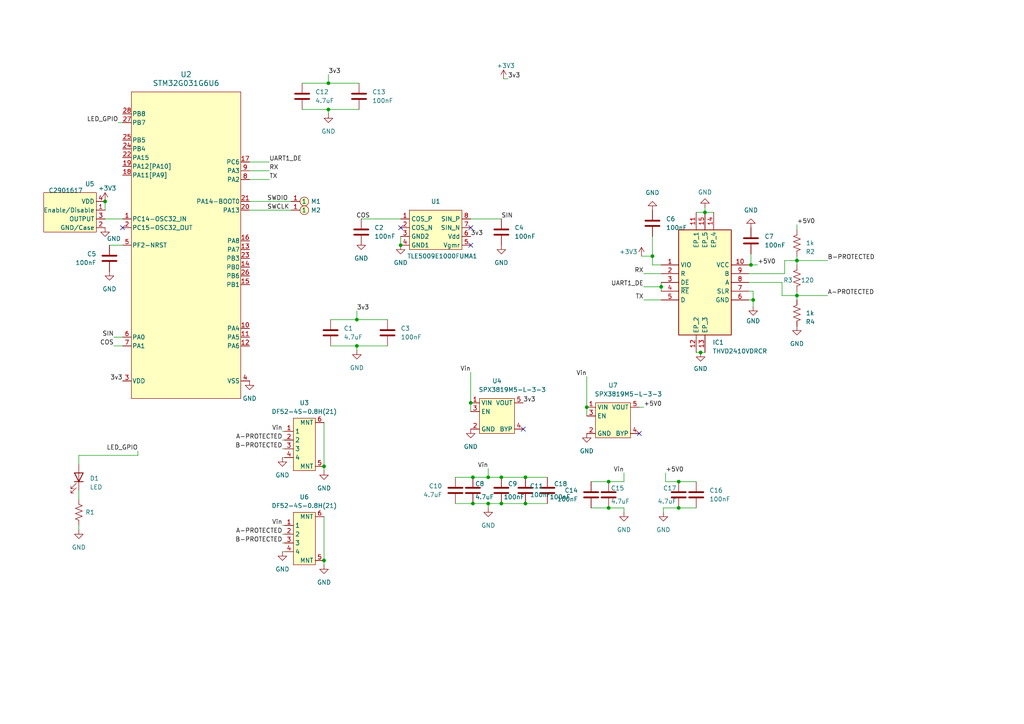
<source format=kicad_sch>
(kicad_sch (version 20230121) (generator eeschema)
  (paper "A4")
  (lib_symbols
    (symbol "Device:C" (pin_numbers hide) (pin_names (offset 0.254))
      (property "Reference" "C" (at 0.635 2.54 0))
      (property "Value" "C" (at 0.635 -2.54 0))
      (symbol "C_0_1"
        (polyline (pts (xy -2.032 -0.762) (xy 2.032 -0.762)) (stroke (width 0.508)))
        (polyline (pts (xy -2.032 0.762) (xy 2.032 0.762)) (stroke (width 0.508)))
      )
      (symbol "C_1_1"
        (pin passive line (at 0 3.81 270) (length 2.794) (name "~") (number "1"))
        (pin passive line (at 0 -3.81 90) (length 2.794) (name "~") (number "2"))
      )
    )
    (symbol "Device:LED" (pin_numbers hide) (pin_names (offset 1.016) hide)
      (property "Reference" "D" (at 0 2.54 0))
      (property "Value" "LED" (at 0 -2.54 0))
      (symbol "LED_0_1"
        (polyline (pts (xy -1.27 -1.27) (xy -1.27 1.27)) (stroke (width 0.254)))
        (polyline (pts (xy -1.27 0) (xy 1.27 0)))
        (polyline (pts (xy 1.27 -1.27) (xy 1.27 1.27) (xy -1.27 0) (xy 1.27 -1.27)) (stroke (width 0.254)))
        (polyline (pts (xy -3.048 -0.762) (xy -4.572 -2.286) (xy -3.81 -2.286) (xy -4.572 -2.286) (xy -4.572 -1.524)))
        (polyline (pts (xy -1.778 -0.762) (xy -3.302 -2.286) (xy -2.54 -2.286) (xy -3.302 -2.286) (xy -3.302 -1.524)))
      )
      (symbol "LED_1_1"
        (pin passive line (at -3.81 0 0) (length 2.54) (name "K") (number "1"))
        (pin passive line (at 3.81 0 180) (length 2.54) (name "A") (number "2"))
      )
    )
    (symbol "SamacSys_Parts:THVD2410VDRCR"
      (property "Reference" "IC" (at 21.59 15.24 0))
      (property "Value" "THVD2410VDRCR" (at 21.59 12.7 0))
      (symbol "THVD2410VDRCR_1_1"
        (rectangle (start 5.08 10.16) (end 20.32 -20.32) (stroke (width 0.254)) (fill (type background)))
        (pin passive line (at 0 0 0) (length 5.08) (name "VIO") (number "1"))
        (pin passive line (at 25.4 0 180) (length 5.08) (name "VCC") (number "10"))
        (pin passive line (at 10.16 15.24 270) (length 5.08) (name "EP_1") (number "11"))
        (pin passive line (at 10.16 -25.4 90) (length 5.08) (name "EP_2") (number "12"))
        (pin passive line (at 12.7 -25.4 90) (length 5.08) (name "EP_3") (number "13"))
        (pin passive line (at 15.24 15.24 270) (length 5.08) (name "EP_4") (number "14"))
        (pin passive line (at 12.7 15.24 270) (length 5.08) (name "EP_5") (number "15"))
        (pin passive line (at 0 -2.54 0) (length 5.08) (name "R") (number "2"))
        (pin passive line (at 0 -5.08 0) (length 5.08) (name "DE") (number "3"))
        (pin passive line (at 0 -7.62 0) (length 5.08) (name "~{RE}") (number "4"))
        (pin passive line (at 0 -10.16 0) (length 5.08) (name "D") (number "5"))
        (pin passive line (at 25.4 -10.16 180) (length 5.08) (name "GND") (number "6"))
        (pin passive line (at 25.4 -7.62 180) (length 5.08) (name "SLR") (number "7"))
        (pin passive line (at 25.4 -5.08 180) (length 5.08) (name "A") (number "8"))
        (pin passive line (at 25.4 -2.54 180) (length 5.08) (name "B") (number "9"))
      )
    )
    (symbol "adapter-encoder:Capacitor" (pin_numbers hide) (pin_names (offset 0.254))
      (property "Reference" "C" (at 0.635 2.54 0))
      (property "Value" "Capacitor" (at 0.635 -2.54 0))
      (symbol "Capacitor_0_1"
        (polyline (pts (xy -2.032 -0.762) (xy 2.032 -0.762)) (stroke (width 0.508)))
        (polyline (pts (xy -2.032 0.762) (xy 2.032 0.762)) (stroke (width 0.508)))
      )
      (symbol "Capacitor_1_1"
        (pin passive line (at 0 3.81 270) (length 2.794) (name "~") (number "1"))
        (pin passive line (at 0 -3.81 90) (length 2.794) (name "~") (number "2"))
      )
    )
    (symbol "adapter-encoder:DF52-4S-0.8H(21)"
      (property "Reference" "U" (at 0 -1.27 0))
      (property "Value" "DF52-4S-0.8H(21)" (at 1.27 -8.89 0))
      (symbol "DF52-4S-0.8H(21)_0_1"
        (rectangle (start -3.81 7.62) (end 2.54 -7.62) (fill (type background)))
      )
      (symbol "DF52-4S-0.8H(21)_1_1"
        (pin input line (at -6.35 3.81 0) (length 2.54) (name "1") (number "1"))
        (pin input line (at -6.35 1.27 0) (length 2.54) (name "2") (number "2"))
        (pin input line (at -6.35 -1.27 0) (length 2.54) (name "3") (number "3"))
        (pin input line (at -6.35 -3.81 0) (length 2.54) (name "4") (number "4"))
        (pin input line (at 5.08 -6.35 180) (length 2.54) (name "MNT") (number "5"))
        (pin input line (at 5.08 6.35 180) (length 2.54) (name "MNT") (number "6"))
      )
    )
    (symbol "adapter-encoder:OSCILLATOR-4PIN"
      (property "Reference" "U" (at 8.89 2.54 0))
      (property "Value" "OSCILLATOR-4PIN" (at 8.89 -2.54 0))
      (symbol "OSCILLATOR-4PIN_0_1"
        (rectangle (start -1.27 10.16) (end 13.97 -1.27) (fill (type background)))
      )
      (symbol "OSCILLATOR-4PIN_1_1"
        (pin input line (at -3.81 5.08 0) (length 2.54) (name "Enable/Disable") (number "1"))
        (pin input line (at -3.81 0 0) (length 2.54) (name "GND/Case") (number "2"))
        (pin input line (at -3.81 2.54 0) (length 2.54) (name "OUTPUT") (number "3"))
        (pin input line (at -3.81 7.62 0) (length 2.54) (name "VDD") (number "4"))
      )
    )
    (symbol "adapter-encoder:R" (pin_numbers hide) (pin_names (offset 0))
      (property "Reference" "R" (at 2.54 0 90))
      (symbol "R_0_1"
        (polyline (pts (xy 0 -2.286) (xy 0 -2.54)))
        (polyline (pts (xy 0 2.286) (xy 0 2.54)))
        (polyline (pts (xy 0 -0.762) (xy 1.016 -1.143) (xy 0 -1.524) (xy -1.016 -1.905) (xy 0 -2.286)))
        (polyline (pts (xy 0 0.762) (xy 1.016 0.381) (xy 0 0) (xy -1.016 -0.381) (xy 0 -0.762)))
        (polyline (pts (xy 0 2.286) (xy 1.016 1.905) (xy 0 1.524) (xy -1.016 1.143) (xy 0 0.762)))
      )
      (symbol "R_1_1"
        (pin passive line (at 0 3.81 270) (length 1.27) (name "~") (number "1"))
        (pin passive line (at 0 -3.81 90) (length 1.27) (name "~") (number "2"))
      )
    )
    (symbol "adapter-encoder:Resistor" (pin_numbers hide) (pin_names (offset 0))
      (property "Reference" "R" (at 2.54 0 90))
      (symbol "Resistor_0_1"
        (polyline (pts (xy 0 -2.286) (xy 0 -2.54)))
        (polyline (pts (xy 0 2.286) (xy 0 2.54)))
        (polyline (pts (xy 0 -0.762) (xy 1.016 -1.143) (xy 0 -1.524) (xy -1.016 -1.905) (xy 0 -2.286)))
        (polyline (pts (xy 0 0.762) (xy 1.016 0.381) (xy 0 0) (xy -1.016 -0.381) (xy 0 -0.762)))
        (polyline (pts (xy 0 2.286) (xy 1.016 1.905) (xy 0 1.524) (xy -1.016 1.143) (xy 0 0.762)))
      )
      (symbol "Resistor_1_1"
        (pin passive line (at 0 3.81 270) (length 1.27) (name "~") (number "1"))
        (pin passive line (at 0 -3.81 90) (length 1.27) (name "~") (number "2"))
      )
    )
    (symbol "adapter-encoder:SPX3819M5-L-3-3"
      (property "Reference" "U" (at 0 0 0))
      (property "Value" "SPX3819M5-L-3-3" (at 0 7.62 0))
      (symbol "SPX3819M5-L-3-3_0_1"
        (rectangle (start -5.08 5.08) (end 5.08 -5.08) (fill (type background)))
      )
      (symbol "SPX3819M5-L-3-3_1_1"
        (pin power_in line (at -7.62 3.81 0) (length 2.54) (name "VIN") (number "1"))
        (pin power_in line (at -7.62 -3.81 0) (length 2.54) (name "GND") (number "2"))
        (pin input line (at -7.62 1.27 0) (length 2.54) (name "EN") (number "3"))
        (pin input line (at 7.62 -3.81 180) (length 2.54) (name "BYP") (number "4"))
        (pin power_out line (at 7.62 3.81 180) (length 2.54) (name "VOUT") (number "5"))
      )
    )
    (symbol "adapter-encoder:STM32G031G6U6" (pin_names (offset 0.254))
      (property "Reference" "U" (at -1.27 52.07 0))
      (property "Value" "STM32G031G6U6" (at -1.27 49.53 0))
      (symbol "STM32G031G6U6_1_1"
        (rectangle (start -16.51 46.99) (end 15.24 -41.91) (fill (type background)))
        (pin bidirectional line (at -19.05 10.16 0) (length 2.54) (name "PC14-OSC32_IN") (number "1"))
        (pin bidirectional line (at 17.78 -21.59 180) (length 2.54) (name "PA4") (number "10"))
        (pin bidirectional line (at 17.78 -24.13 180) (length 2.54) (name "PA5") (number "11"))
        (pin bidirectional line (at 17.78 -26.67 180) (length 2.54) (name "PA6") (number "12"))
        (pin bidirectional line (at 17.78 1.27 180) (length 2.54) (name "PA7") (number "13"))
        (pin bidirectional line (at 17.78 -3.81 180) (length 2.54) (name "PB0") (number "14"))
        (pin bidirectional line (at 17.78 -8.89 180) (length 2.54) (name "PB1") (number "15"))
        (pin bidirectional line (at 17.78 3.81 180) (length 2.54) (name "PA8") (number "16"))
        (pin bidirectional line (at 17.78 26.67 180) (length 2.54) (name "PC6") (number "17"))
        (pin bidirectional line (at -19.05 22.86 0) (length 2.54) (name "PA11[PA9]") (number "18"))
        (pin bidirectional line (at -19.05 25.4 0) (length 2.54) (name "PA12[PA10]") (number "19"))
        (pin bidirectional line (at -19.05 7.62 0) (length 2.54) (name "PC15-OSC32_OUT") (number "2"))
        (pin bidirectional line (at 17.78 12.7 180) (length 2.54) (name "PA13") (number "20"))
        (pin bidirectional line (at 17.78 15.24 180) (length 2.54) (name "PA14-BOOT0") (number "21"))
        (pin bidirectional line (at -19.05 27.94 0) (length 2.54) (name "PA15") (number "22"))
        (pin bidirectional line (at 17.78 -1.27 180) (length 2.54) (name "PB3") (number "23"))
        (pin bidirectional line (at -19.05 30.48 0) (length 2.54) (name "PB4") (number "24"))
        (pin bidirectional line (at -19.05 33.02 0) (length 2.54) (name "PB5") (number "25"))
        (pin bidirectional line (at 17.78 -6.35 180) (length 2.54) (name "PB6") (number "26"))
        (pin bidirectional line (at -19.05 38.1 0) (length 2.54) (name "PB7") (number "27"))
        (pin bidirectional line (at -19.05 40.64 0) (length 2.54) (name "PB8") (number "28"))
        (pin power_in line (at -19.05 -36.83 0) (length 2.54) (name "VDD") (number "3"))
        (pin power_in line (at 17.78 -36.83 180) (length 2.54) (name "VSS") (number "4"))
        (pin bidirectional line (at -19.05 2.54 0) (length 2.54) (name "PF2-NRST") (number "5"))
        (pin bidirectional line (at -19.05 -24.13 0) (length 2.54) (name "PA0") (number "6"))
        (pin bidirectional line (at -19.05 -26.67 0) (length 2.54) (name "PA1") (number "7"))
        (pin bidirectional line (at 17.78 21.59 180) (length 2.54) (name "PA2") (number "8"))
        (pin bidirectional line (at 17.78 24.13 180) (length 2.54) (name "PA3") (number "9"))
      )
    )
    (symbol "adapter-encoder:THRU_HOLE_PAD" (in_bom no)
      (property "Reference" "M" (at 1.27 -2.54 0))
      (symbol "THRU_HOLE_PAD_0_1"
        (circle (center 1.27 0) (radius 1.27) (fill (type background)))
      )
      (symbol "THRU_HOLE_PAD_1_1"
        (pin passive line (at -2.54 0 0) (length 2.54) (name "1") (number "1"))
      )
    )
    (symbol "adapter-encoder:TLE5009E1000FUMA1"
      (property "Reference" "U" (at 0 0 0))
      (symbol "TLE5009E1000FUMA1_0_1"
        (rectangle (start -7.62 6.35) (end 7.62 -5.08) (fill (type background)))
      )
      (symbol "TLE5009E1000FUMA1_1_1"
        (pin input line (at -10.16 3.81 0) (length 2.54) (name "COS_P") (number "1"))
        (pin input line (at -10.16 1.27 0) (length 2.54) (name "COS_N") (number "2"))
        (pin input line (at -10.16 -1.27 0) (length 2.54) (name "GND2") (number "3"))
        (pin input line (at -10.16 -3.81 0) (length 2.54) (name "GND1") (number "4"))
        (pin input line (at 10.16 -3.81 180) (length 2.54) (name "Vgmr") (number "5"))
        (pin input line (at 10.16 -1.27 180) (length 2.54) (name "Vdd") (number "6"))
        (pin input line (at 10.16 1.27 180) (length 2.54) (name "SIN_N") (number "7"))
        (pin input line (at 10.16 3.81 180) (length 2.54) (name "SIN_P") (number "8"))
      )
    )
    (symbol "power:+3V3" (power) (pin_names (offset 0))
      (property "Value" "+3V3" (at 0 3.556 0))
      (symbol "+3V3_0_1"
        (polyline (pts (xy -0.762 1.27) (xy 0 2.54)))
        (polyline (pts (xy 0 0) (xy 0 2.54)))
        (polyline (pts (xy 0 2.54) (xy 0.762 1.27)))
      )
      (symbol "+3V3_1_1"
        (pin power_in line (at 0 0 90) (length 0) hide (name "+3V3") (number "1"))
      )
    )
    (symbol "power:GND" (power) (pin_names (offset 0))
      (property "Value" "GND" (at 0 -3.81 0))
      (symbol "GND_0_1"
        (polyline (pts (xy 0 0) (xy 0 -1.27) (xy 1.27 -1.27) (xy 0 -2.54) (xy -1.27 -1.27) (xy 0 -1.27)))
      )
      (symbol "GND_1_1"
        (pin power_in line (at 0 0 270) (length 0) hide (name "GND") (number "1"))
      )
    )
  )
  (junction (at 196.85 139.7))
  (junction (at 116.205 71.12))
  (junction (at 103.505 100.33))
  (junction (at 145.415 146.05))
  (junction (at 231.14 85.725))
  (junction (at 196.85 147.32))
  (junction (at 152.4 146.05))
  (junction (at 170.18 118.11))
  (junction (at 137.16 138.43))
  (junction (at 145.415 138.43))
  (junction (at 93.98 135.255))
  (junction (at 30.48 58.42))
  (junction (at 95.25 24.13))
  (junction (at 176.53 139.7))
  (junction (at 152.4 138.43))
  (junction (at 231.14 75.565))
  (junction (at 103.505 92.71))
  (junction (at 95.25 31.75))
  (junction (at 141.605 146.05))
  (junction (at 218.44 86.995))
  (junction (at 136.525 116.84))
  (junction (at 191.77 83.185))
  (junction (at 141.605 138.43))
  (junction (at 93.98 162.56))
  (junction (at 176.53 147.32))
  (junction (at 203.2 102.235))
  (junction (at 189.23 74.295))
  (junction (at 204.47 61.595))
  (junction (at 137.16 146.05))
  (junction (at 217.805 76.835))
  (no_connect (at 35.56 66.04))
  (no_connect (at 116.205 66.04))
  (no_connect (at 136.525 71.12))
  (no_connect (at 151.765 124.46))
  (no_connect (at 136.525 66.04))
  (no_connect (at 185.42 125.73))
  (wire (pts (xy 93.98 122.555) (xy 93.98 135.255)))
  (wire (pts (xy 22.86 142.24) (xy 22.86 144.78)))
  (wire (pts (xy 227.584 75.565) (xy 231.14 75.565)))
  (wire (pts (xy 227.584 79.375) (xy 227.584 75.565)))
  (wire (pts (xy 218.44 88.9) (xy 218.44 86.995)))
  (wire (pts (xy 231.14 65.151) (xy 231.14 66.675)))
  (wire (pts (xy 189.23 68.58) (xy 189.23 74.295)))
  (wire (pts (xy 171.45 139.7) (xy 176.53 139.7)))
  (wire (pts (xy 201.93 147.32) (xy 196.85 147.32)))
  (wire (pts (xy 72.39 52.07) (xy 78.105 52.07)))
  (wire (pts (xy 191.77 81.915) (xy 191.77 83.185)))
  (wire (pts (xy 132.08 138.43) (xy 137.16 138.43)))
  (wire (pts (xy 104.775 63.5) (xy 116.205 63.5)))
  (wire (pts (xy 196.85 139.7) (xy 193.04 139.7)))
  (wire (pts (xy 72.39 60.96) (xy 84.455 60.96)))
  (wire (pts (xy 186.69 83.185) (xy 191.77 83.185)))
  (wire (pts (xy 136.525 107.95) (xy 136.525 116.84)))
  (wire (pts (xy 40.005 130.81) (xy 40.005 132.08)))
  (wire (pts (xy 176.53 139.7) (xy 180.975 139.7)))
  (wire (pts (xy 95.25 21.59) (xy 95.25 24.13)))
  (wire (pts (xy 141.605 135.89) (xy 141.605 138.43)))
  (wire (pts (xy 226.822 81.915) (xy 226.822 85.725)))
  (wire (pts (xy 81.915 160.02) (xy 82.55 160.02)))
  (wire (pts (xy 95.885 92.71) (xy 103.505 92.71)))
  (wire (pts (xy 81.915 152.4) (xy 82.55 152.4)))
  (wire (pts (xy 217.805 73.66) (xy 217.805 76.835)))
  (wire (pts (xy 116.205 68.58) (xy 116.205 71.12)))
  (wire (pts (xy 81.915 132.715) (xy 82.55 132.715)))
  (wire (pts (xy 226.822 85.725) (xy 231.14 85.725)))
  (wire (pts (xy 191.77 76.835) (xy 189.23 76.835)))
  (wire (pts (xy 180.975 137.16) (xy 180.975 139.7)))
  (wire (pts (xy 22.86 153.67) (xy 22.86 152.4)))
  (wire (pts (xy 219.71 76.835) (xy 217.805 76.835)))
  (wire (pts (xy 191.77 83.185) (xy 191.77 84.455)))
  (wire (pts (xy 152.4 138.43) (xy 158.75 138.43)))
  (wire (pts (xy 186.69 79.375) (xy 191.77 79.375)))
  (wire (pts (xy 103.505 100.33) (xy 103.505 101.6)))
  (wire (pts (xy 193.04 137.16) (xy 193.04 139.7)))
  (wire (pts (xy 231.14 85.725) (xy 231.14 86.995)))
  (wire (pts (xy 217.17 84.455) (xy 218.44 84.455)))
  (wire (pts (xy 189.23 74.295) (xy 189.23 76.835)))
  (wire (pts (xy 141.605 146.05) (xy 145.415 146.05)))
  (wire (pts (xy 231.14 75.565) (xy 231.14 76.835)))
  (wire (pts (xy 95.25 31.75) (xy 95.25 33.02)))
  (wire (pts (xy 95.885 100.33) (xy 103.505 100.33)))
  (wire (pts (xy 136.525 63.5) (xy 145.415 63.5)))
  (wire (pts (xy 171.45 147.32) (xy 176.53 147.32)))
  (wire (pts (xy 180.975 147.32) (xy 180.975 148.59)))
  (wire (pts (xy 141.605 146.05) (xy 141.605 147.32)))
  (wire (pts (xy 137.16 138.43) (xy 141.605 138.43)))
  (wire (pts (xy 231.14 75.565) (xy 240.03 75.565)))
  (wire (pts (xy 141.605 138.43) (xy 145.415 138.43)))
  (wire (pts (xy 218.44 84.455) (xy 218.44 86.995)))
  (wire (pts (xy 186.69 118.11) (xy 185.42 118.11)))
  (wire (pts (xy 217.17 79.375) (xy 227.584 79.375)))
  (wire (pts (xy 87.63 31.75) (xy 95.25 31.75)))
  (wire (pts (xy 93.98 162.56) (xy 93.98 163.83)))
  (wire (pts (xy 22.86 132.08) (xy 22.86 134.62)))
  (wire (pts (xy 103.505 92.71) (xy 112.395 92.71)))
  (wire (pts (xy 145.415 146.05) (xy 152.4 146.05)))
  (wire (pts (xy 81.915 157.48) (xy 82.55 157.48)))
  (wire (pts (xy 147.32 22.86) (xy 146.05 22.86)))
  (wire (pts (xy 81.915 154.94) (xy 82.55 154.94)))
  (wire (pts (xy 95.25 24.13) (xy 104.14 24.13)))
  (wire (pts (xy 78.105 46.99) (xy 72.39 46.99)))
  (wire (pts (xy 170.18 109.22) (xy 170.18 118.11)))
  (wire (pts (xy 30.48 58.42) (xy 30.48 60.96)))
  (wire (pts (xy 145.415 138.43) (xy 152.4 138.43)))
  (wire (pts (xy 231.14 85.725) (xy 231.14 84.455)))
  (wire (pts (xy 31.75 71.12) (xy 35.56 71.12)))
  (wire (pts (xy 40.005 132.08) (xy 22.86 132.08)))
  (wire (pts (xy 81.915 125.095) (xy 82.55 125.095)))
  (wire (pts (xy 132.08 146.05) (xy 137.16 146.05)))
  (wire (pts (xy 87.63 24.13) (xy 95.25 24.13)))
  (wire (pts (xy 103.505 100.33) (xy 112.395 100.33)))
  (wire (pts (xy 136.525 116.84) (xy 136.525 119.38)))
  (wire (pts (xy 201.93 139.7) (xy 196.85 139.7)))
  (wire (pts (xy 170.18 118.11) (xy 170.18 120.65)))
  (wire (pts (xy 231.14 85.725) (xy 240.03 85.725)))
  (wire (pts (xy 33.02 100.33) (xy 35.56 100.33)))
  (wire (pts (xy 81.915 130.175) (xy 82.55 130.175)))
  (wire (pts (xy 204.47 61.595) (xy 207.01 61.595)))
  (wire (pts (xy 72.39 58.42) (xy 84.455 58.42)))
  (wire (pts (xy 192.405 147.32) (xy 192.405 148.59)))
  (wire (pts (xy 152.4 146.05) (xy 158.75 146.05)))
  (wire (pts (xy 78.105 49.53) (xy 72.39 49.53)))
  (wire (pts (xy 137.16 146.05) (xy 141.605 146.05)))
  (wire (pts (xy 34.29 35.56) (xy 35.56 35.56)))
  (wire (pts (xy 176.53 147.32) (xy 180.975 147.32)))
  (wire (pts (xy 231.14 74.295) (xy 231.14 75.565)))
  (wire (pts (xy 186.69 86.995) (xy 191.77 86.995)))
  (wire (pts (xy 217.17 76.835) (xy 217.805 76.835)))
  (wire (pts (xy 81.915 127.635) (xy 82.55 127.635)))
  (wire (pts (xy 203.2 102.235) (xy 204.47 102.235)))
  (wire (pts (xy 201.93 102.235) (xy 203.2 102.235)))
  (wire (pts (xy 93.98 135.255) (xy 93.98 136.525)))
  (wire (pts (xy 104.775 71.12) (xy 104.775 69.85)))
  (wire (pts (xy 93.98 149.86) (xy 93.98 162.56)))
  (wire (pts (xy 218.44 86.995) (xy 217.17 86.995)))
  (wire (pts (xy 196.85 147.32) (xy 192.405 147.32)))
  (wire (pts (xy 103.505 90.17) (xy 103.505 92.71)))
  (wire (pts (xy 201.93 61.595) (xy 204.47 61.595)))
  (wire (pts (xy 186.055 74.295) (xy 189.23 74.295)))
  (wire (pts (xy 204.47 60.198) (xy 204.47 61.595)))
  (wire (pts (xy 95.25 31.75) (xy 104.14 31.75)))
  (wire (pts (xy 217.17 81.915) (xy 226.822 81.915)))
  (wire (pts (xy 30.48 63.5) (xy 35.56 63.5)))
  (wire (pts (xy 33.02 97.79) (xy 35.56 97.79)))
  (label "+5V0" (at 186.69 118.11 0))
  (label "SIN" (at 145.415 63.5 0))
  (label "3v3" (at 147.32 22.86 0))
  (label "+5V0" (at 193.04 137.16 0))
  (label "+5V0" (at 231.14 65.151 0))
  (label "Vin" (at 81.915 152.4 180))
  (label "A-PROTECTED" (at 81.915 154.94 180))
  (label "3v3" (at 103.505 90.17 0))
  (label "RX" (at 78.105 49.53 0))
  (label "3v3" (at 95.25 21.59 0))
  (label "TX" (at 186.69 86.995 180))
  (label "A-PROTECTED" (at 81.915 127.635 180))
  (label "B-PROTECTED" (at 81.915 130.175 180))
  (label "Vin" (at 136.525 107.95 180))
  (label "UART1_DE" (at 78.105 46.99 0))
  (label "LED_GPIO" (at 40.005 130.81 180))
  (label "Vin" (at 180.975 137.16 180))
  (label "B-PROTECTED" (at 240.03 75.565 0))
  (label "3v3" (at 151.765 116.84 0))
  (label "A-PROTECTED" (at 240.03 85.725 0))
  (label "SWCLK" (at 77.47 60.96 0))
  (label "B-PROTECTED" (at 81.915 157.48 180))
  (label "RX" (at 186.69 79.375 180))
  (label "COS" (at 33.02 100.33 180))
  (label "3v3" (at 136.525 68.58 0))
  (label "3v3" (at 35.56 110.49 180))
  (label "SWDIO" (at 77.47 58.42 0))
  (label "COS" (at 107.315 63.5 180))
  (label "TX" (at 78.105 52.07 0))
  (label "Vin" (at 81.915 125.095 180))
  (label "LED_GPIO" (at 34.29 35.56 180))
  (label "+5V0" (at 219.71 76.835 0))
  (label "Vin" (at 141.605 135.89 180))
  (label "Vin" (at 170.18 109.22 180))
  (label "SIN" (at 33.02 97.79 180))
  (label "UART1_DE" (at 186.69 83.185 180))
  (symbol (lib_id "adapter-encoder:Capacitor") (at 171.45 143.51 0) (mirror y) (unit 1)
    (property "Reference" "C14" (at 167.64 142.24 0) (effects (justify left)))
    (property "Value" "100nF" (at 167.64 144.78 0) (effects (justify left)))
    (property "Footprint" "adapter-encoder:C_0402_1005Metric" (effects hide))
  )
  (symbol (lib_id "power:GND") (at 203.2 102.235 0) (mirror y) (unit 1)
    (property "Reference" "#PWR011" (effects hide))
    (property "Value" "GND" (at 203.2 106.934 0))
  )
  (symbol (lib_id "adapter-encoder:Capacitor") (at 31.75 74.93 0) (mirror y) (unit 1)
    (property "Reference" "C5" (at 27.94 73.66 0) (effects (justify left)))
    (property "Value" "100nF" (at 27.94 76.2 0) (effects (justify left)))
    (property "Footprint" "adapter-encoder:C_0402_1005Metric" (effects hide))
  )
  (symbol (lib_id "adapter-encoder:SPX3819M5-L-3-3") (at 144.145 120.65 0) (unit 1)
    (property "Reference" "U4" (at 144.145 110.49 0))
    (property "Value" "SPX3819M5-L-3-3" (at 148.59 113.03 0))
    (property "Footprint" "adapter-encoder:SOT-23-5" (effects hide))
  )
  (symbol (lib_id "power:GND") (at 104.775 69.85 0) (unit 1)
    (property "Reference" "#PWR02" (effects hide))
    (property "Value" "GND" (at 104.775 74.93 0))
  )
  (symbol (lib_id "power:+3V3") (at 30.48 58.42 0) (mirror y) (unit 1)
    (property "Reference" "#PWR019" (effects hide))
    (property "Value" "+3V3" (at 31.115 54.61 0))
  )
  (symbol (lib_id "Device:LED") (at 22.86 138.43 270) (mirror x) (unit 1)
    (property "Reference" "D1" (at 26.035 138.7475 90) (effects (justify left)))
    (property "Value" "LED" (at 26.035 141.2875 90) (effects (justify left)))
    (property "Footprint" "adapter-encoder:LED_0603_1608Metric" (effects hide))
  )
  (symbol (lib_id "power:GND") (at 22.86 153.67 0) (unit 1)
    (property "Reference" "#PWR07" (effects hide))
    (property "Value" "GND" (at 22.86 158.75 0))
  )
  (symbol (lib_id "adapter-encoder:Capacitor") (at 145.415 67.31 0) (unit 1)
    (property "Reference" "C4" (at 149.225 66.04 0) (effects (justify left)))
    (property "Value" "100nF" (at 149.225 68.58 0) (effects (justify left)))
    (property "Footprint" "adapter-encoder:C_0402_1005Metric" (effects hide))
  )
  (symbol (lib_id "adapter-encoder:Capacitor") (at 104.775 67.31 0) (unit 1)
    (property "Reference" "C2" (at 108.585 66.04 0) (effects (justify left)))
    (property "Value" "100nF" (at 108.585 68.58 0) (effects (justify left)))
    (property "Footprint" "adapter-encoder:C_0402_1005Metric" (effects hide))
  )
  (symbol (lib_id "adapter-encoder:R") (at 231.14 80.645 0) (mirror x) (unit 1)
    (property "Reference" "R3" (at 227.203 81.28 0) (effects (justify left)))
    (property "Value" "120" (at 234.188 81.28 0))
    (property "Footprint" "adapter-encoder:R_0402_1005Metric" (effects hide))
  )
  (symbol (lib_id "power:GND") (at 145.415 71.12 0) (unit 1)
    (property "Reference" "#PWR04" (effects hide))
    (property "Value" "GND" (at 145.415 76.2 0))
  )
  (symbol (lib_id "adapter-encoder:Capacitor") (at 132.08 142.24 0) (mirror y) (unit 1)
    (property "Reference" "C10" (at 128.27 140.97 0) (effects (justify left)))
    (property "Value" "4.7uF" (at 128.27 143.51 0) (effects (justify left)))
    (property "Footprint" "adapter-encoder:C_0603_1608Metric" (effects hide))
  )
  (symbol (lib_id "adapter-encoder:TLE5009E1000FUMA1") (at 126.365 67.31 0) (unit 1)
    (property "Reference" "U1" (at 126.365 58.42 0))
    (property "Value" "TLE5009E1000FUMA1" (at 128.27 74.295 0))
    (property "Footprint" "adapter-encoder:SOIC8-TLE5009" (effects hide))
  )
  (symbol (lib_id "power:GND") (at 81.915 160.02 0) (unit 1)
    (property "Reference" "#PWR022" (effects hide))
    (property "Value" "GND" (at 81.915 165.1 0))
  )
  (symbol (lib_id "adapter-encoder:Capacitor") (at 152.4 142.24 0) (unit 1)
    (property "Reference" "C11" (at 153.67 140.97 0) (effects (justify left)))
    (property "Value" "100nF" (at 153.67 143.51 0) (effects (justify left)))
    (property "Footprint" "adapter-encoder:C_0402_1005Metric" (effects hide))
  )
  (symbol (lib_id "power:GND") (at 95.25 33.02 0) (unit 1)
    (property "Reference" "#PWR021" (effects hide))
    (property "Value" "GND" (at 95.25 38.1 0))
  )
  (symbol (lib_id "adapter-encoder:Capacitor") (at 176.53 143.51 0) (unit 1)
    (property "Reference" "C15" (at 177.165 141.605 0) (effects (justify left)))
    (property "Value" "4.7uF" (at 177.165 145.415 0) (effects (justify left)))
    (property "Footprint" "adapter-encoder:C_0603_1608Metric" (effects hide))
  )
  (symbol (lib_id "power:+3V3") (at 146.05 22.86 0) (mirror y) (unit 1)
    (property "Reference" "#PWR024" (effects hide))
    (property "Value" "+3V3" (at 146.685 19.05 0))
  )
  (symbol (lib_id "adapter-encoder:STM32G031G6U6") (at 54.61 73.66 0) (unit 1)
    (property "Reference" "U2" (at 53.975 21.59 0) (effects (font (size 1.524 1.524))))
    (property "Value" "STM32G031G6U6" (at 53.975 24.13 0) (effects (font (size 1.524 1.524))))
    (property "Footprint" "adapter-encoder:UFQFPN28" (effects hide))
    (property "Datasheet" "STM32G031K6U6" (effects hide))
  )
  (symbol (lib_id "power:GND") (at 189.23 60.96 0) (mirror x) (unit 1)
    (property "Reference" "#PWR010" (effects hide))
    (property "Value" "GND" (at 189.23 55.88 0))
  )
  (symbol (lib_id "adapter-encoder:Capacitor") (at 137.16 142.24 0) (unit 1)
    (property "Reference" "C8" (at 137.795 140.335 0) (effects (justify left)))
    (property "Value" "4.7uF" (at 137.795 144.145 0) (effects (justify left)))
    (property "Footprint" "adapter-encoder:C_0603_1608Metric" (effects hide))
  )
  (symbol (lib_id "adapter-encoder:Capacitor") (at 87.63 27.94 0) (unit 1)
    (property "Reference" "C12" (at 91.44 26.67 0) (effects (justify left)))
    (property "Value" "4.7uF" (at 91.44 29.21 0) (effects (justify left)))
    (property "Footprint" "adapter-encoder:C_0603_1608Metric" (effects hide))
  )
  (symbol (lib_id "adapter-encoder:Capacitor") (at 112.395 96.52 0) (unit 1)
    (property "Reference" "C3" (at 116.205 95.25 0) (effects (justify left)))
    (property "Value" "100nF" (at 116.205 97.79 0) (effects (justify left)))
    (property "Footprint" "adapter-encoder:C_0402_1005Metric" (effects hide))
  )
  (symbol (lib_id "power:GND") (at 93.98 163.83 0) (unit 1)
    (property "Reference" "#PWR023" (effects hide))
    (property "Value" "GND" (at 93.98 168.91 0))
  )
  (symbol (lib_id "power:GND") (at 116.205 71.12 0) (unit 1)
    (property "Reference" "#PWR03" (effects hide))
    (property "Value" "GND" (at 116.205 76.2 0))
  )
  (symbol (lib_id "power:GND") (at 141.605 147.32 0) (unit 1)
    (property "Reference" "#PWR014" (effects hide))
    (property "Value" "GND" (at 141.605 152.4 0))
  )
  (symbol (lib_id "power:GND") (at 170.18 125.73 0) (unit 1)
    (property "Reference" "#PWR025" (effects hide))
    (property "Value" "GND" (at 170.18 130.81 0))
  )
  (symbol (lib_id "adapter-encoder:DF52-4S-0.8H(21)") (at 88.9 156.21 0) (unit 1)
    (property "Reference" "U6" (at 88.265 144.145 0))
    (property "Value" "DF52-4S-0.8H(21)" (at 88.265 146.685 0))
    (property "Footprint" "adapter-encoder:DF52-4S-0.8H(21)" (effects hide))
  )
  (symbol (lib_id "adapter-encoder:SPX3819M5-L-3-3") (at 177.8 121.92 0) (unit 1)
    (property "Reference" "U7" (at 177.8 111.76 0))
    (property "Value" "SPX3819M5-L-3-3" (at 182.245 114.3 0))
    (property "Footprint" "adapter-encoder:SOT-23-5" (effects hide))
  )
  (symbol (lib_id "adapter-encoder:Capacitor") (at 104.14 27.94 0) (unit 1)
    (property "Reference" "C13" (at 107.95 26.67 0) (effects (justify left)))
    (property "Value" "100nF" (at 107.95 29.21 0) (effects (justify left)))
    (property "Footprint" "adapter-encoder:C_0402_1005Metric" (effects hide))
  )
  (symbol (lib_id "power:GND") (at 217.805 66.04 0) (mirror x) (unit 1)
    (property "Reference" "#PWR016" (effects hide))
    (property "Value" "GND" (at 217.805 60.96 0))
  )
  (symbol (lib_id "adapter-encoder:Capacitor") (at 145.415 142.24 0) (unit 1)
    (property "Reference" "C9" (at 147.32 140.335 0) (effects (justify left)))
    (property "Value" "100nF" (at 146.05 144.145 0) (effects (justify left)))
    (property "Footprint" "adapter-encoder:C_0402_1005Metric" (effects hide))
  )
  (symbol (lib_id "power:GND") (at 81.915 132.715 0) (unit 1)
    (property "Reference" "#PWR012" (effects hide))
    (property "Value" "GND" (at 81.915 137.795 0))
  )
  (symbol (lib_id "SamacSys_Parts:THVD2410VDRCR") (at 191.77 76.835 0) (unit 1)
    (property "Reference" "IC1" (at 206.6641 99.314 0) (effects (justify left)))
    (property "Value" "THVD2410VDRCR" (at 206.6641 101.854 0) (effects (justify left)))
    (property "Footprint" "adapter-encoder:THVD2410VDRCR" (effects hide))
    (property "Datasheet" "https://www.ti.com/general/docs/suppproductinfo.tsp?distId=26&gotoUrl=https://www.ti.com/lit/gpn/thvd2410v" (effects hide))
    (property "Height" "1" (effects hide))
    (property "Manufacturer_Name" "Texas Instruments" (effects hide))
    (property "Manufacturer_Part_Number" "THVD2410VDRCR" (effects hide))
    (property "Mouser Part Number" "595-THVD2410VDRCR" (effects hide))
    (property "Mouser Price/Stock" "https://www.mouser.co.uk/ProductDetail/Texas-Instruments/THVD2410VDRCR?qs=Jm2GQyTW%2FbhjNqkbRGOzgg%3D%3D" (effects hide))
  )
  (symbol (lib_id "power:GND") (at 103.505 101.6 0) (unit 1)
    (property "Reference" "#PWR01" (effects hide))
    (property "Value" "GND" (at 103.505 106.68 0))
  )
  (symbol (lib_id "power:GND") (at 93.98 136.525 0) (unit 1)
    (property "Reference" "#PWR09" (effects hide))
    (property "Value" "GND" (at 93.98 141.605 0))
  )
  (symbol (lib_id "power:GND") (at 231.14 94.615 0) (mirror y) (unit 1)
    (property "Reference" "#PWR018" (effects hide))
    (property "Value" "GND" (at 231.14 99.695 0))
  )
  (symbol (lib_id "power:GND") (at 31.75 78.74 0) (unit 1)
    (property "Reference" "#PWR06" (effects hide))
    (property "Value" "GND" (at 31.75 83.82 0))
  )
  (symbol (lib_id "power:GND") (at 30.48 66.04 0) (mirror y) (unit 1)
    (property "Reference" "#PWR020" (effects hide))
    (property "Value" "GND" (at 33.02 69.215 0))
  )
  (symbol (lib_id "Device:C") (at 217.805 69.85 0) (unit 1)
    (property "Reference" "C7" (at 221.742 68.58 0) (effects (justify left)))
    (property "Value" "100nF" (at 221.742 71.12 0) (effects (justify left)))
    (property "Footprint" "Capacitor_SMD:C_0402_1005Metric" (effects hide))
  )
  (symbol (lib_id "adapter-encoder:R") (at 231.14 90.805 0) (mirror x) (unit 1)
    (property "Reference" "R4" (at 233.68 93.345 0) (effects (justify left)))
    (property "Value" "1k" (at 234.95 90.805 0))
    (property "Footprint" "adapter-encoder:R_0402_1005Metric" (effects hide))
  )
  (symbol (lib_id "power:GND") (at 72.39 110.49 0) (unit 1)
    (property "Reference" "#PWR05" (effects hide))
    (property "Value" "GND" (at 72.39 115.57 0))
  )
  (symbol (lib_id "adapter-encoder:Resistor") (at 22.86 148.59 0) (unit 1)
    (property "Reference" "R1" (at 24.765 148.59 0) (effects (justify left)))
    (property "Value" "Resistor" (effects hide))
    (property "Footprint" "adapter-encoder:R_0402_1005Metric" (effects hide))
  )
  (symbol (lib_id "adapter-encoder:R") (at 231.14 70.485 0) (mirror x) (unit 1)
    (property "Reference" "R2" (at 233.68 73.025 0) (effects (justify left)))
    (property "Value" "1k" (at 234.95 70.485 0))
    (property "Footprint" "adapter-encoder:R_0402_1005Metric" (effects hide))
  )
  (symbol (lib_id "adapter-encoder:Capacitor") (at 158.75 142.24 0) (unit 1)
    (property "Reference" "C18" (at 160.655 140.335 0) (effects (justify left)))
    (property "Value" "100nF" (at 159.385 144.145 0) (effects (justify left)))
    (property "Footprint" "adapter-encoder:C_0402_1005Metric" (effects hide))
  )
  (symbol (lib_id "adapter-encoder:DF52-4S-0.8H(21)") (at 88.9 128.905 0) (unit 1)
    (property "Reference" "U3" (at 88.265 116.84 0))
    (property "Value" "DF52-4S-0.8H(21)" (at 88.265 119.38 0))
    (property "Footprint" "adapter-encoder:DF52-4S-0.8H(21)" (effects hide))
  )
  (symbol (lib_id "adapter-encoder:Capacitor") (at 196.85 143.51 0) (mirror y) (unit 1)
    (property "Reference" "C17" (at 196.215 141.605 0) (effects (justify left)))
    (property "Value" "4.7uF" (at 196.215 145.415 0) (effects (justify left)))
    (property "Footprint" "adapter-encoder:C_0603_1608Metric" (effects hide))
  )
  (symbol (lib_id "power:GND") (at 218.44 88.9 0) (mirror y) (unit 1)
    (property "Reference" "#PWR017" (effects hide))
    (property "Value" "GND" (at 218.44 93.091 0))
  )
  (symbol (lib_id "power:GND") (at 180.975 148.59 0) (unit 1)
    (property "Reference" "#PWR026" (effects hide))
    (property "Value" "GND" (at 180.975 153.67 0))
  )
  (symbol (lib_id "power:GND") (at 204.47 60.198 0) (mirror x) (unit 1)
    (property "Reference" "#PWR015" (effects hide))
    (property "Value" "GND" (at 204.47 55.753 0))
  )
  (symbol (lib_id "adapter-encoder:Capacitor") (at 95.885 96.52 0) (unit 1)
    (property "Reference" "C1" (at 99.695 95.25 0) (effects (justify left)))
    (property "Value" "4.7uF" (at 99.695 97.79 0) (effects (justify left)))
    (property "Footprint" "adapter-encoder:C_0603_1608Metric" (effects hide))
  )
  (symbol (lib_id "Device:C") (at 189.23 64.77 0) (unit 1)
    (property "Reference" "C6" (at 193.167 63.5 0) (effects (justify left)))
    (property "Value" "100nF" (at 193.167 66.04 0) (effects (justify left)))
    (property "Footprint" "Capacitor_SMD:C_0402_1005Metric" (effects hide))
  )
  (symbol (lib_id "power:GND") (at 192.405 148.59 0) (mirror y) (unit 1)
    (property "Reference" "#PWR027" (effects hide))
    (property "Value" "GND" (at 192.405 153.67 0))
  )
  (symbol (lib_id "adapter-encoder:THRU_HOLE_PAD") (at 86.995 58.42 0) (unit 1) (in_bom no)
    (property "Reference" "M1" (at 90.17 58.42 0) (effects (justify left)))
    (property "Value" "THRU_HOLE_PAD" (effects hide))
    (property "Footprint" "adapter-encoder:PAD-SMT-SMALL" (effects hide))
  )
  (symbol (lib_id "adapter-encoder:OSCILLATOR-4PIN") (at 26.67 66.04 0) (mirror y) (unit 1)
    (property "Reference" "U5" (at 26.035 53.34 0))
    (property "Value" "C2901617" (at 19.05 55.245 0))
    (property "Footprint" "adapter-encoder:ECS-1633-480-BN-TR" (effects hide))
    (property "MPN" "ECS-1633-480-BN-TR" (effects hide))
    (property "MPN2" "SX1M48.000M10F30TNN" (effects hide))
    (property "LCSC MPN2" "C2901617" (effects hide))
  )
  (symbol (lib_id "adapter-encoder:THRU_HOLE_PAD") (at 86.995 60.96 0) (unit 1) (in_bom no)
    (property "Reference" "M2" (at 90.17 60.96 0) (effects (justify left)))
    (property "Value" "THRU_HOLE_PAD" (effects hide))
    (property "Footprint" "adapter-encoder:PAD-SMT-SMALL" (effects hide))
  )
  (symbol (lib_id "power:GND") (at 136.525 124.46 0) (unit 1)
    (property "Reference" "#PWR013" (effects hide))
    (property "Value" "GND" (at 136.525 129.54 0))
  )
  (symbol (lib_id "adapter-encoder:Capacitor") (at 201.93 143.51 0) (unit 1)
    (property "Reference" "C16" (at 205.74 142.24 0) (effects (justify left)))
    (property "Value" "100nF" (at 205.74 144.78 0) (effects (justify left)))
    (property "Footprint" "adapter-encoder:C_0402_1005Metric" (effects hide))
  )
  (symbol (lib_id "power:+3V3") (at 186.055 74.295 0) (unit 1)
    (property "Reference" "#PWR08" (effects hide))
    (property "Value" "+3V3" (at 182.245 73.025 0))
  )
)
</source>
